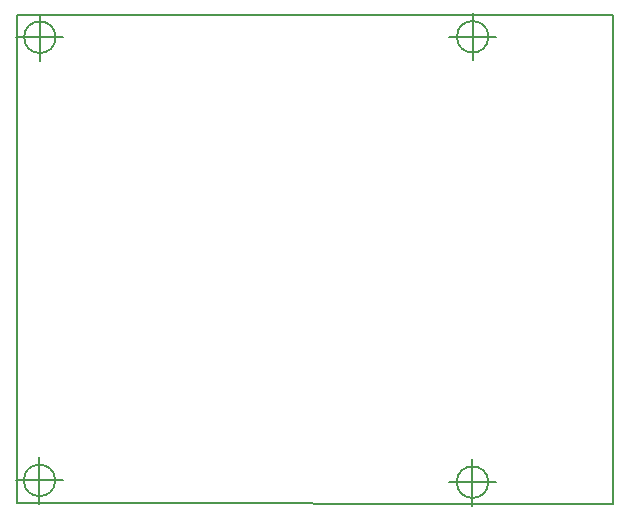
<source format=gbr>
G04 #@! TF.GenerationSoftware,KiCad,Pcbnew,(2017-11-24 revision a01d81e4b)-makepkg*
G04 #@! TF.CreationDate,2018-01-06T21:54:51+07:00*
G04 #@! TF.ProjectId,Motor DC power,4D6F746F7220444320706F7765722E6B,rev?*
G04 #@! TF.SameCoordinates,Original*
G04 #@! TF.FileFunction,Profile,NP*
%FSLAX46Y46*%
G04 Gerber Fmt 4.6, Leading zero omitted, Abs format (unit mm)*
G04 Created by KiCad (PCBNEW (2017-11-24 revision a01d81e4b)-makepkg) date 01/06/18 21:54:51*
%MOMM*%
%LPD*%
G01*
G04 APERTURE LIST*
%ADD10C,0.150000*%
G04 APERTURE END LIST*
D10*
X138740774Y-87261361D02*
G75*
G03X138740774Y-87261361I-1333333J0D01*
G01*
X135407441Y-87261361D02*
X139407441Y-87261361D01*
X137407441Y-85261361D02*
X137407441Y-89261361D01*
X102099436Y-87300000D02*
G75*
G03X102099436Y-87300000I-1333333J0D01*
G01*
X98766103Y-87300000D02*
X102766103Y-87300000D01*
X100766103Y-85300000D02*
X100766103Y-89300000D01*
X102068551Y-124822518D02*
G75*
G03X102068551Y-124822518I-1333333J0D01*
G01*
X98735218Y-124822518D02*
X102735218Y-124822518D01*
X100735218Y-122822518D02*
X100735218Y-126822518D01*
X138727714Y-124967120D02*
G75*
G03X138727714Y-124967120I-1333333J0D01*
G01*
X135394381Y-124967120D02*
X139394381Y-124967120D01*
X137394381Y-122967120D02*
X137394381Y-126967120D01*
X98800000Y-126750000D02*
X98825000Y-85425000D01*
X149300000Y-126800000D02*
X98800000Y-126750000D01*
X149300000Y-85400000D02*
X149300000Y-126800000D01*
X98825000Y-85425000D02*
X149300000Y-85400000D01*
M02*

</source>
